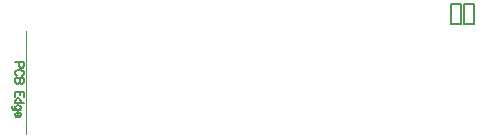
<source format=gbr>
%TF.GenerationSoftware,Altium Limited,Altium Designer,21.6.4 (81)*%
G04 Layer_Color=8388736*
%FSLAX26Y26*%
%MOIN*%
%TF.SameCoordinates,57458678-C278-4CFF-9AA2-19D65F52AC30*%
%TF.FilePolarity,Positive*%
%TF.FileFunction,Other,Top_3D_Body*%
%TF.Part,Single*%
G01*
G75*
%TA.AperFunction,NonConductor*%
%ADD44C,0.005906*%
%ADD46C,0.007874*%
%ADD47C,0.003937*%
D44*
X-206415Y67614D02*
Y55806D01*
X-205103Y51870D01*
X-203791Y50558D01*
X-201167Y49245D01*
X-197231D01*
X-194606Y50558D01*
X-193294Y51870D01*
X-191982Y55806D01*
Y67614D01*
X-219536D01*
X-198543Y23398D02*
X-195918Y24710D01*
X-193294Y27334D01*
X-191982Y29958D01*
Y35206D01*
X-193294Y37831D01*
X-195918Y40455D01*
X-198543Y41767D01*
X-202479Y43079D01*
X-209039D01*
X-212975Y41767D01*
X-215599Y40455D01*
X-218223Y37831D01*
X-219536Y35206D01*
Y29958D01*
X-218223Y27334D01*
X-215599Y24710D01*
X-212975Y23398D01*
X-191982Y15657D02*
X-219536D01*
X-191982D02*
Y3848D01*
X-193294Y-88D01*
X-194606Y-1400D01*
X-197231Y-2712D01*
X-199855D01*
X-202479Y-1400D01*
X-203791Y-88D01*
X-205103Y3848D01*
Y15657D02*
Y3848D01*
X-206415Y-88D01*
X-207727Y-1400D01*
X-210351Y-2712D01*
X-214287D01*
X-216911Y-1400D01*
X-218223Y-88D01*
X-219536Y3848D01*
Y15657D01*
X-191982Y-47584D02*
Y-30528D01*
X-219536D01*
Y-47584D01*
X-205103Y-30528D02*
Y-41024D01*
X-191982Y-67921D02*
X-219536D01*
X-205103D02*
X-202479Y-65297D01*
X-201167Y-62673D01*
Y-58737D01*
X-202479Y-56113D01*
X-205103Y-53489D01*
X-209039Y-52176D01*
X-211663D01*
X-215599Y-53489D01*
X-218223Y-56113D01*
X-219536Y-58737D01*
Y-62673D01*
X-218223Y-65297D01*
X-215599Y-67921D01*
X-201167Y-91013D02*
X-222160D01*
X-226096Y-89701D01*
X-227408Y-88389D01*
X-228720Y-85765D01*
Y-81829D01*
X-227408Y-79205D01*
X-205103Y-91013D02*
X-202479Y-88389D01*
X-201167Y-85765D01*
Y-81829D01*
X-202479Y-79205D01*
X-205103Y-76581D01*
X-209039Y-75269D01*
X-211663D01*
X-215599Y-76581D01*
X-218223Y-79205D01*
X-219536Y-81829D01*
Y-85765D01*
X-218223Y-88389D01*
X-215599Y-91013D01*
X-209039Y-98361D02*
Y-114106D01*
X-206415D01*
X-203791Y-112793D01*
X-202479Y-111481D01*
X-201167Y-108857D01*
Y-104921D01*
X-202479Y-102297D01*
X-205103Y-99673D01*
X-209039Y-98361D01*
X-211663D01*
X-215599Y-99673D01*
X-218223Y-102297D01*
X-219536Y-104921D01*
Y-108857D01*
X-218223Y-111481D01*
X-215599Y-114106D01*
D46*
X1232284Y261811D02*
X1267716D01*
X1232284Y194882D02*
Y261811D01*
Y194882D02*
X1267716D01*
Y261811D01*
X1275591D02*
X1311024D01*
X1275591Y194882D02*
Y261811D01*
Y194882D02*
X1311024D01*
Y261811D01*
D47*
X-182134Y-171362D02*
Y172732D01*
%TF.MD5,bcd71111ad3ba8fb1e79e69d5d12e0df*%
M02*

</source>
